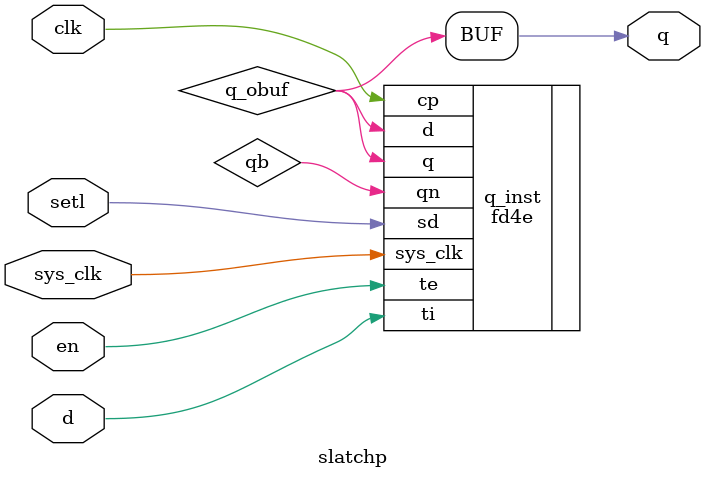
<source format=v>
/* verilator lint_off LITENDIAN */
//`include "defs.v"

module slatchp
(
	output q,
	input d,
	input clk,
	input en,
	input setl,
	input sys_clk // Generated
);
wire qb;

// Output buffers
wire q_obuf;


// Output buffers
assign q = q_obuf;


// LEGO.NET (64) - q : fd4e
fd4e q_inst
(
	.q /* OUT */ (q_obuf),
	.qn /* OUT */ (qb),
	.d /* IN */ (q_obuf),
	.cp /* IN */ (clk),
	.sd /* IN */ (setl),
	.ti /* IN */ (d),
	.te /* IN */ (en),
	.sys_clk(sys_clk) // Generated
);

// LEGO.NET (65) - dummy : dummy
endmodule
/* verilator lint_on LITENDIAN */

</source>
